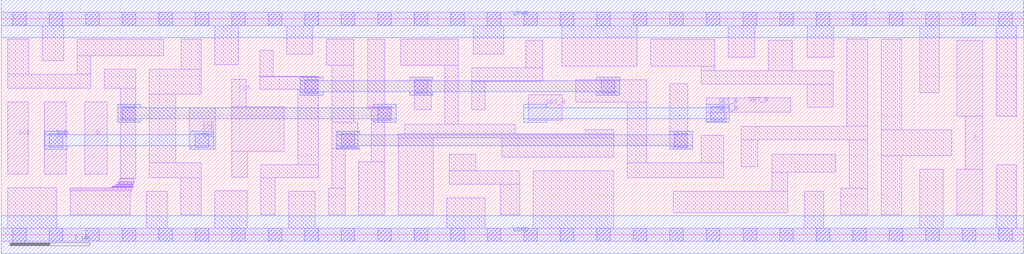
<source format=lef>
# Copyright 2020 The SkyWater PDK Authors
#
# Licensed under the Apache License, Version 2.0 (the "License");
# you may not use this file except in compliance with the License.
# You may obtain a copy of the License at
#
#     https://www.apache.org/licenses/LICENSE-2.0
#
# Unless required by applicable law or agreed to in writing, software
# distributed under the License is distributed on an "AS IS" BASIS,
# WITHOUT WARRANTIES OR CONDITIONS OF ANY KIND, either express or implied.
# See the License for the specific language governing permissions and
# limitations under the License.
#
# SPDX-License-Identifier: Apache-2.0

VERSION 5.7 ;
  NAMESCASESENSITIVE ON ;
  NOWIREEXTENSIONATPIN ON ;
  DIVIDERCHAR "/" ;
  BUSBITCHARS "[]" ;
UNITS
  DATABASE MICRONS 200 ;
END UNITS
MACRO sky130_fd_sc_hd__sdfstp_2
  CLASS CORE ;
  SOURCE USER ;
  FOREIGN sky130_fd_sc_hd__sdfstp_2 ;
  ORIGIN  0.000000  0.000000 ;
  SIZE  12.88000 BY  2.720000 ;
  SYMMETRY X Y R90 ;
  SITE unithd ;
  PIN D
    ANTENNAGATEAREA  0.159000 ;
    DIRECTION INPUT ;
    USE SIGNAL ;
    PORT
      LAYER li1 ;
        RECT 1.050000 0.765000 1.335000 1.675000 ;
    END
  END D
  PIN Q
    ANTENNADIFFAREA  0.519750 ;
    DIRECTION OUTPUT ;
    USE SIGNAL ;
    PORT
      LAYER li1 ;
        RECT 12.035000 0.255000 12.365000 0.825000 ;
        RECT 12.035000 1.495000 12.365000 2.450000 ;
        RECT 12.145000 0.825000 12.365000 1.495000 ;
    END
  END Q
  PIN SCD
    ANTENNAGATEAREA  0.159000 ;
    DIRECTION INPUT ;
    USE SIGNAL ;
    PORT
      LAYER li1 ;
        RECT 0.085000 0.765000 0.340000 1.675000 ;
    END
  END SCD
  PIN SCE
    ANTENNAGATEAREA  0.318000 ;
    DIRECTION INPUT ;
    USE SIGNAL ;
    PORT
      LAYER li1 ;
        RECT 0.540000 0.765000 0.820000 1.675000 ;
      LAYER mcon ;
        RECT 0.605000 1.105000 0.775000 1.275000 ;
    END
    PORT
      LAYER li1 ;
        RECT 2.370000 1.075000 2.700000 1.600000 ;
      LAYER mcon ;
        RECT 2.445000 1.105000 2.615000 1.275000 ;
    END
    PORT
      LAYER met1 ;
        RECT 0.545000 1.075000 0.835000 1.120000 ;
        RECT 0.545000 1.120000 2.675000 1.260000 ;
        RECT 0.545000 1.260000 0.835000 1.305000 ;
        RECT 2.385000 1.075000 2.675000 1.120000 ;
        RECT 2.385000 1.260000 2.675000 1.305000 ;
    END
  END SCE
  PIN SET_B
    ANTENNAGATEAREA  0.252000 ;
    DIRECTION INPUT ;
    USE SIGNAL ;
    PORT
      LAYER li1 ;
        RECT 6.640000 1.445000 7.065000 1.765000 ;
    END
    PORT
      LAYER li1 ;
        RECT 8.880000 1.425000 9.135000 1.545000 ;
        RECT 8.880000 1.545000 9.945000 1.725000 ;
      LAYER mcon ;
        RECT 8.940000 1.445000 9.110000 1.615000 ;
    END
    PORT
      LAYER met1 ;
        RECT 6.580000 1.415000 6.870000 1.460000 ;
        RECT 6.580000 1.460000 9.170000 1.600000 ;
        RECT 6.580000 1.600000 6.870000 1.645000 ;
        RECT 8.880000 1.415000 9.170000 1.460000 ;
        RECT 8.880000 1.600000 9.170000 1.645000 ;
    END
  END SET_B
  PIN CLK
    ANTENNAGATEAREA  0.159000 ;
    DIRECTION INPUT ;
    USE CLOCK ;
    PORT
      LAYER li1 ;
        RECT 2.905000 0.725000 3.100000 1.055000 ;
        RECT 2.905000 1.055000 3.565000 1.615000 ;
        RECT 2.905000 1.615000 3.085000 1.960000 ;
    END
  END CLK
  PIN VGND
    DIRECTION INOUT ;
    SHAPE ABUTMENT ;
    USE GROUND ;
    PORT
      LAYER met1 ;
        RECT 0.000000 -0.240000 12.880000 0.240000 ;
    END
  END VGND
  PIN VPWR
    DIRECTION INOUT ;
    SHAPE ABUTMENT ;
    USE POWER ;
    PORT
      LAYER met1 ;
        RECT 0.000000 2.480000 12.880000 2.960000 ;
    END
  END VPWR
  OBS
    LAYER li1 ;
      RECT  0.000000 -0.085000 12.880000 0.085000 ;
      RECT  0.000000  2.635000 12.880000 2.805000 ;
      RECT  0.085000  0.085000  0.700000 0.595000 ;
      RECT  0.085000  1.845000  1.125000 2.025000 ;
      RECT  0.085000  2.025000  0.345000 2.465000 ;
      RECT  0.515000  2.195000  0.785000 2.635000 ;
      RECT  0.870000  0.255000  1.625000 0.555000 ;
      RECT  0.870000  0.555000  1.640000 0.575000 ;
      RECT  0.870000  0.575000  1.650000 0.595000 ;
      RECT  0.955000  2.025000  1.125000 2.255000 ;
      RECT  0.955000  2.255000  2.045000 2.465000 ;
      RECT  1.295000  1.845000  1.695000 2.085000 ;
      RECT  1.380000  0.595000  1.660000 0.600000 ;
      RECT  1.395000  0.600000  1.660000 0.605000 ;
      RECT  1.405000  0.605000  1.660000 0.610000 ;
      RECT  1.420000  0.610000  1.660000 0.615000 ;
      RECT  1.430000  0.615000  1.660000 0.620000 ;
      RECT  1.440000  0.620000  1.665000 0.630000 ;
      RECT  1.445000  0.630000  1.665000 0.635000 ;
      RECT  1.460000  0.635000  1.665000 0.645000 ;
      RECT  1.475000  0.645000  1.670000 0.660000 ;
      RECT  1.475000  0.660000  1.675000 0.665000 ;
      RECT  1.495000  0.665000  1.675000 0.705000 ;
      RECT  1.505000  0.705000  1.675000 0.710000 ;
      RECT  1.505000  0.710000  1.695000 1.845000 ;
      RECT  1.825000  0.085000  2.090000 0.545000 ;
      RECT  1.865000  0.715000  2.520000 0.905000 ;
      RECT  1.865000  0.905000  2.200000 1.770000 ;
      RECT  1.865000  1.770000  2.520000 2.085000 ;
      RECT  2.260000  0.255000  2.520000 0.715000 ;
      RECT  2.270000  2.085000  2.520000 2.465000 ;
      RECT  2.690000  0.085000  3.100000 0.555000 ;
      RECT  2.690000  2.140000  2.985000 2.635000 ;
      RECT  3.255000  1.830000  3.995000 1.990000 ;
      RECT  3.255000  1.990000  3.985000 2.000000 ;
      RECT  3.255000  2.000000  3.425000 2.325000 ;
      RECT  3.270000  0.255000  3.455000 0.715000 ;
      RECT  3.270000  0.715000  3.995000 0.885000 ;
      RECT  3.595000  2.275000  3.925000 2.635000 ;
      RECT  3.625000  0.085000  3.955000 0.545000 ;
      RECT  3.735000  0.885000  3.995000 1.830000 ;
      RECT  4.095000  2.135000  4.440000 2.465000 ;
      RECT  4.125000  0.255000  4.335000 0.585000 ;
      RECT  4.165000  0.585000  4.335000 1.090000 ;
      RECT  4.165000  1.090000  4.490000 1.420000 ;
      RECT  4.165000  1.420000  4.440000 2.135000 ;
      RECT  4.505000  0.255000  4.830000 0.920000 ;
      RECT  4.615000  1.590000  4.915000 1.615000 ;
      RECT  4.615000  1.615000  4.830000 2.465000 ;
      RECT  4.660000  0.920000  4.830000 1.445000 ;
      RECT  4.660000  1.445000  4.915000 1.590000 ;
      RECT  5.000000  0.255000  5.440000 1.225000 ;
      RECT  5.000000  1.225000  7.715000 1.275000 ;
      RECT  5.035000  2.135000  5.755000 2.465000 ;
      RECT  5.085000  1.275000  6.475000 1.395000 ;
      RECT  5.205000  1.575000  5.415000 1.955000 ;
      RECT  5.585000  1.395000  5.755000 2.135000 ;
      RECT  5.610000  0.085000  6.095000 0.465000 ;
      RECT  5.645000  0.635000  6.535000 0.805000 ;
      RECT  5.645000  0.805000  5.975000 1.015000 ;
      RECT  5.925000  1.575000  6.095000 1.935000 ;
      RECT  5.925000  1.935000  6.820000 2.105000 ;
      RECT  5.945000  2.275000  6.330000 2.635000 ;
      RECT  6.285000  0.255000  6.535000 0.635000 ;
      RECT  6.305000  0.975000  7.715000 1.225000 ;
      RECT  6.605000  2.105000  6.820000 2.450000 ;
      RECT  6.705000  0.085000  7.715000 0.805000 ;
      RECT  7.060000  2.125000  8.015000 2.635000 ;
      RECT  7.235000  1.670000  8.135000 1.955000 ;
      RECT  7.355000  1.275000  7.715000 1.325000 ;
      RECT  7.885000  0.720000  9.105000 0.905000 ;
      RECT  7.885000  0.905000  8.135000 1.670000 ;
      RECT  8.185000  2.125000  8.990000 2.460000 ;
      RECT  8.425000  1.075000  8.650000 1.905000 ;
      RECT  8.465000  0.275000  9.910000 0.545000 ;
      RECT  8.820000  0.905000  9.105000 1.255000 ;
      RECT  8.820000  1.895000 10.485000 2.065000 ;
      RECT  8.820000  2.065000  8.990000 2.125000 ;
      RECT  9.160000  2.235000  9.490000 2.635000 ;
      RECT  9.320000  0.855000  9.530000 1.195000 ;
      RECT  9.320000  1.195000 10.915000 1.365000 ;
      RECT  9.660000  2.065000  9.965000 2.450000 ;
      RECT  9.710000  0.545000  9.910000 0.785000 ;
      RECT  9.710000  0.785000 10.515000 1.015000 ;
      RECT 10.115000  0.085000 10.365000 0.545000 ;
      RECT 10.155000  1.605000 10.485000 1.895000 ;
      RECT 10.155000  2.235000 10.485000 2.635000 ;
      RECT 10.575000  0.255000 10.915000 0.585000 ;
      RECT 10.655000  1.365000 10.915000 2.465000 ;
      RECT 10.685000  0.585000 10.915000 1.195000 ;
      RECT 11.085000  0.255000 11.345000 0.995000 ;
      RECT 11.085000  0.995000 11.975000 1.325000 ;
      RECT 11.085000  1.325000 11.345000 2.465000 ;
      RECT 11.570000  0.085000 11.865000 0.825000 ;
      RECT 11.570000  1.790000 11.820000 2.635000 ;
      RECT 12.535000  0.085000 12.795000 0.885000 ;
      RECT 12.535000  1.495000 12.795000 2.635000 ;
    LAYER mcon ;
      RECT  0.145000 -0.085000  0.315000 0.085000 ;
      RECT  0.145000  2.635000  0.315000 2.805000 ;
      RECT  0.605000 -0.085000  0.775000 0.085000 ;
      RECT  0.605000  2.635000  0.775000 2.805000 ;
      RECT  1.065000 -0.085000  1.235000 0.085000 ;
      RECT  1.065000  2.635000  1.235000 2.805000 ;
      RECT  1.525000 -0.085000  1.695000 0.085000 ;
      RECT  1.525000  1.445000  1.695000 1.615000 ;
      RECT  1.525000  2.635000  1.695000 2.805000 ;
      RECT  1.985000 -0.085000  2.155000 0.085000 ;
      RECT  1.985000  2.635000  2.155000 2.805000 ;
      RECT  2.445000 -0.085000  2.615000 0.085000 ;
      RECT  2.445000  2.635000  2.615000 2.805000 ;
      RECT  2.905000 -0.085000  3.075000 0.085000 ;
      RECT  2.905000  2.635000  3.075000 2.805000 ;
      RECT  3.365000 -0.085000  3.535000 0.085000 ;
      RECT  3.365000  2.635000  3.535000 2.805000 ;
      RECT  3.825000 -0.085000  3.995000 0.085000 ;
      RECT  3.825000  1.785000  3.995000 1.955000 ;
      RECT  3.825000  2.635000  3.995000 2.805000 ;
      RECT  4.285000 -0.085000  4.455000 0.085000 ;
      RECT  4.285000  1.105000  4.455000 1.275000 ;
      RECT  4.285000  2.635000  4.455000 2.805000 ;
      RECT  4.745000 -0.085000  4.915000 0.085000 ;
      RECT  4.745000  1.445000  4.915000 1.615000 ;
      RECT  4.745000  2.635000  4.915000 2.805000 ;
      RECT  5.205000 -0.085000  5.375000 0.085000 ;
      RECT  5.205000  1.785000  5.375000 1.955000 ;
      RECT  5.205000  2.635000  5.375000 2.805000 ;
      RECT  5.665000 -0.085000  5.835000 0.085000 ;
      RECT  5.665000  2.635000  5.835000 2.805000 ;
      RECT  6.125000 -0.085000  6.295000 0.085000 ;
      RECT  6.125000  2.635000  6.295000 2.805000 ;
      RECT  6.585000 -0.085000  6.755000 0.085000 ;
      RECT  6.585000  2.635000  6.755000 2.805000 ;
      RECT  7.045000 -0.085000  7.215000 0.085000 ;
      RECT  7.045000  2.635000  7.215000 2.805000 ;
      RECT  7.505000 -0.085000  7.675000 0.085000 ;
      RECT  7.505000  2.635000  7.675000 2.805000 ;
      RECT  7.560000  1.785000  7.730000 1.955000 ;
      RECT  7.965000 -0.085000  8.135000 0.085000 ;
      RECT  7.965000  2.635000  8.135000 2.805000 ;
      RECT  8.425000 -0.085000  8.595000 0.085000 ;
      RECT  8.425000  2.635000  8.595000 2.805000 ;
      RECT  8.480000  1.105000  8.650000 1.275000 ;
      RECT  8.885000 -0.085000  9.055000 0.085000 ;
      RECT  8.885000  2.635000  9.055000 2.805000 ;
      RECT  9.345000 -0.085000  9.515000 0.085000 ;
      RECT  9.345000  2.635000  9.515000 2.805000 ;
      RECT  9.805000 -0.085000  9.975000 0.085000 ;
      RECT  9.805000  2.635000  9.975000 2.805000 ;
      RECT 10.265000 -0.085000 10.435000 0.085000 ;
      RECT 10.265000  2.635000 10.435000 2.805000 ;
      RECT 10.725000 -0.085000 10.895000 0.085000 ;
      RECT 10.725000  2.635000 10.895000 2.805000 ;
      RECT 11.185000 -0.085000 11.355000 0.085000 ;
      RECT 11.185000  2.635000 11.355000 2.805000 ;
      RECT 11.645000 -0.085000 11.815000 0.085000 ;
      RECT 11.645000  2.635000 11.815000 2.805000 ;
      RECT 12.105000 -0.085000 12.275000 0.085000 ;
      RECT 12.105000  2.635000 12.275000 2.805000 ;
      RECT 12.565000 -0.085000 12.735000 0.085000 ;
      RECT 12.565000  2.635000 12.735000 2.805000 ;
    LAYER met1 ;
      RECT 1.465000 1.415000 1.755000 1.460000 ;
      RECT 1.465000 1.460000 4.975000 1.600000 ;
      RECT 1.465000 1.600000 1.755000 1.645000 ;
      RECT 3.765000 1.755000 4.055000 1.800000 ;
      RECT 3.765000 1.800000 7.790000 1.940000 ;
      RECT 3.765000 1.940000 4.055000 1.985000 ;
      RECT 4.225000 1.075000 4.515000 1.120000 ;
      RECT 4.225000 1.120000 8.710000 1.260000 ;
      RECT 4.225000 1.260000 4.515000 1.305000 ;
      RECT 4.685000 1.415000 4.975000 1.460000 ;
      RECT 4.685000 1.600000 4.975000 1.645000 ;
      RECT 5.145000 1.755000 5.435000 1.800000 ;
      RECT 5.145000 1.940000 5.435000 1.985000 ;
      RECT 7.500000 1.755000 7.790000 1.800000 ;
      RECT 7.500000 1.940000 7.790000 1.985000 ;
      RECT 8.420000 1.075000 8.710000 1.120000 ;
      RECT 8.420000 1.260000 8.710000 1.305000 ;
  END
END sky130_fd_sc_hd__sdfstp_2

</source>
